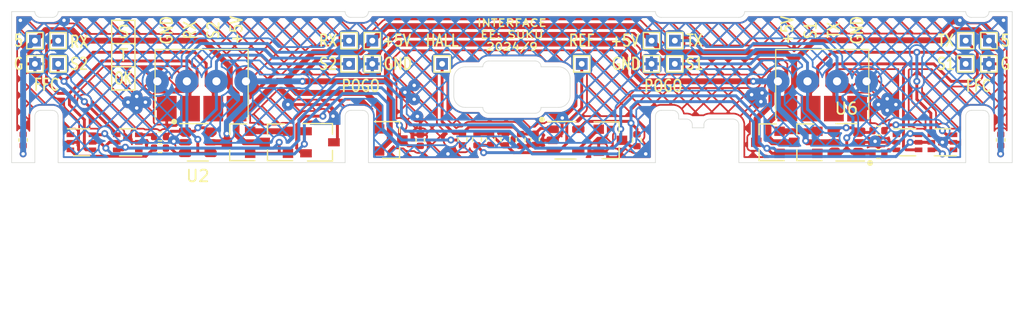
<source format=kicad_pcb>
(kicad_pcb (version 20240108) (generator "pcbnew") (generator_version "8.0")
  (layers (0 "F.Cu" signal) (31 "B.Cu" signal) (34 "B.Paste" user) (35 "F.Paste" user) (36 "B.SilkS" user "B.Silkscreen") (37 "F.SilkS" user "F.Silkscreen") (38 "B.Mask" user) (39 "F.Mask" user) (44 "Edge.Cuts" user))
  (net 0 "")
  (net 1 "GND")
  (net 2 "+5F")
  (net 3 "+5V")
  (net 4 "+5P")
  (net 5 "/POGO_RX")
  (net 6 "/POGO_SYNC_2")
  (net 7 "/FFC_RX")
  (net 8 "/FFC_SYNC_2")
  (net 9 "/POGO_SYNC_1")
  (net 10 "/POGO_TX")
  (net 11 "/FFC_SYNC_1")
  (net 12 "/FFC_TX")
  (net 13 "Net-(U5-+)")
  (net 14 "Net-(U5--)")
  (net 15 "Net-(U1-A2)")
  (net 16 "Net-(U7-A2)")
  (net 17 "/GATE_P")
  (net 18 "Net-(U3-A2)")
  (net 19 "Net-(U4-A2)")
  (net 20 "Net-(U8-VOUT)")
  (net 25 "Net-(Q3-G)")
  (net 26 "Net-(Q4-S)")
  (net 27 "Net-(Q6-S)")
  (footprint "suku_basics:CAP_0402" (layer "F.Cu") (at 142.0116 111.05 90)
    (property "Reference" "C5" (hide yes))
    (property "Value" "1u")
  )
  (footprint "suku_basics:CAP_0402" (layer "F.Cu") (at 57.9884 111.05 90)
    (property "Reference" "C4" (hide yes))
    (property "Value" "1u")
  )
  (footprint "suku_basics:RES_0402" (layer "F.Cu") (at 95.75 111 -90)
    (property "Reference" "R7" (hide yes))
    (property "Value" "470R")
  )
  (footprint "suku_basics:CAP_0402" (layer "F.Cu") (at 98.171 110.998 90)
    (property "Reference" "C2" (hide yes))
    (property "Value" "1u")
  )
  (footprint "suku_basics:RES_0402" (layer "F.Cu") (at 100.75 111.05 90)
    (property "Reference" "R8" (hide yes))
    (property "Value" "10k")
  )
  (footprint "suku_basics:RES_0402" (layer "F.Cu") (at 97 111 -90)
    (property "Reference" "R3" (hide yes))
    (property "Value" "10k")
  )
  (footprint "suku_basics:CAP_0402" (layer "F.Cu") (at 102 111 -90)
    (property "Reference" "C3" (hide yes))
    (property "Value" "1u")
  )
  (footprint "suku_basics:RES_0402" (layer "F.Cu") (at 99.441 111 -90)
    (property "Reference" "R4" (hide yes))
    (property "Value" "10k")
  )
  (footprint "suku_basics:SOT-23-6-AND-SOT-363" (layer "F.Cu") (at 73 111.25 180)
    (property "Reference" "U2")
    (property "Value" "IP4220CZ6-HXY")
  )
  (footprint "suku_basics:RES_0402" (layer "F.Cu") (at 131.5 112.25)
    (property "Reference" "R6" (hide yes))
    (property "Value" "470R" (hide yes))
  )
  (footprint "suku_basics:SOT-23-6-AND-SOT-363" (layer "F.Cu") (at 128.75 111.25)
    (property "Reference" "U6")
    (property "Value" "IP4220CZ6-HXY")
  )
  (footprint "suku_basics:RES_0402" (layer "F.Cu") (at 69.75 111.75 180)
    (property "Reference" "R1" (hide yes))
    (property "Value" "470R" (hide yes))
  )
  (footprint "suku_basics:RES_0402" (layer "F.Cu") (at 131.5 110.25)
    (property "Reference" "R5" (hide yes))
    (property "Value" "470R" (hide yes))
  )
  (footprint "suku_basics:RES_0402" (layer "F.Cu") (at 69.75 110.75 180)
    (property "Reference" "R2" (hide yes))
    (property "Value" "470R" (hide yes))
  )
  (footprint "suku_basics:CAP_0402" (layer "F.Cu") (at 92.122 111.0754 90)
    (property "Reference" "C1" (hide yes))
    (property "Value" "100n")
  )
  (footprint "suku_basics:SOT-23" (layer "F.Cu") (at 89.582 111.05 180)
    (property "Reference" "D1" (hide yes))
    (property "Value" "BAT54C" (hide yes))
  )
  (footprint "suku_basics:J_BATTERY_CONN" (layer "F.Cu") (at 73.33 108.25)
    (property "Reference" "J3" (hide yes))
    (property "Value" "BC-12-4PD170-08" (hide yes))
  )
  (footprint "suku_basics:SOT-23W" (layer "F.Cu") (at 83.5 111.25 180)
    (property "Reference" "U8" (hide yes))
    (property "Value" "OH49E-S" (hide yes))
  )
  (footprint "suku_basics:SOT-23-5" (layer "F.Cu") (at 104.604 111.0754 180)
    (property "Reference" "U5" (hide yes))
    (property "Value" "LMV321" (hide yes))
  )
  (footprint "TestPoint:TestPoint_THTPad_1.0x1.0mm_Drill0.5mm" (layer "F.Cu") (at 61 102.5)
    (property "Reference" "TP5" (hide yes))
    (property "Value" "TP_RXF" (hide yes))
  )
  (footprint "TestPoint:TestPoint_THTPad_1.0x1.0mm_Drill0.5mm" (layer "F.Cu") (at 59 102.5)
    (property "Reference" "TP6" (hide yes))
    (property "Value" "TP_5F" (hide yes))
  )
  (footprint "TestPoint:TestPoint_THTPad_1.0x1.0mm_Drill0.5mm" (layer "F.Cu") (at 141 102.5)
    (property "Reference" "TP15" (hide yes))
    (property "Value" "TP_5F" (hide yes))
  )
  (footprint "TestPoint:TestPoint_THTPad_1.0x1.0mm_Drill0.5mm" (layer "F.Cu") (at 141 104.5)
    (property "Reference" "TP18" (hide yes))
    (property "Value" "TP_GND" (hide yes))
  )
  (footprint "TestPoint:TestPoint_THTPad_1.0x1.0mm_Drill0.5mm" (layer "F.Cu") (at 139 104.5)
    (property "Reference" "TP17" (hide yes))
    (property "Value" "TP_S1F" (hide yes))
  )
  (footprint "TestPoint:TestPoint_THTPad_1.0x1.0mm_Drill0.5mm" (layer "F.Cu") (at 139 102.5)
    (property "Reference" "TP16" (hide yes))
    (property "Value" "TP_TXF" (hide yes))
  )
  (footprint "TestPoint:TestPoint_THTPad_1.0x1.0mm_Drill0.5mm" (layer "F.Cu") (at 86 102.5)
    (property "Reference" "TP8" (hide yes))
    (property "Value" "TP_RXP" (hide yes))
  )
  (footprint "TestPoint:TestPoint_THTPad_1.0x1.0mm_Drill0.5mm" (layer "F.Cu") (at 112 104.5)
    (property "Reference" "TP14" (hide yes))
    (property "Value" "TP_GND" (hide yes))
  )
  (footprint "TestPoint:TestPoint_THTPad_1.0x1.0mm_Drill0.5mm" (layer "F.Cu") (at 114 104.5)
    (property "Reference" "TP12" (hide yes))
    (property "Value" "TP_S1P" (hide yes))
  )
  (footprint "TestPoint:TestPoint_THTPad_1.0x1.0mm_Drill0.5mm" (layer "F.Cu") (at 112 102.5)
    (property "Reference" "TP11" (hide yes))
    (property "Value" "TP_5P" (hide yes))
  )
  (footprint "TestPoint:TestPoint_THTPad_1.0x1.0mm_Drill0.5mm" (layer "F.Cu") (at 88 102.5)
    (property "Reference" "TP10" (hide yes))
    (property "Value" "TP_5P" (hide yes))
  )
  (footprint "TestPoint:TestPoint_THTPad_1.0x1.0mm_Drill0.5mm" (layer "F.Cu") (at 86 104.5)
    (property "Reference" "TP9" (hide yes))
    (property "Value" "TP_S2P" (hide yes))
  )
  (footprint "TestPoint:TestPoint_THTPad_1.0x1.0mm_Drill0.5mm" (layer "F.Cu") (at 59 104.5)
    (property "Reference" "TP3" (hide yes))
    (property "Value" "TP_GND" (hide yes))
  )
  (footprint "TestPoint:TestPoint_THTPad_1.0x1.0mm_Drill0.5mm" (layer "F.Cu") (at 61 104.5)
    (property "Reference" "TP4" (hide yes))
    (property "Value" "TP_S2F" (hide yes))
  )
  (footprint "TestPoint:TestPoint_THTPad_1.0x1.0mm_Drill0.5mm" (layer "F.Cu") (at 88 104.5)
    (property "Reference" "TP7" (hide yes))
    (property "Value" "TP_GND" (hide yes))
  )
  (footprint "suku_basics:J_BATTERY_CONN" (layer "F.Cu") (at 126.67 108.25)
    (property "Reference" "J4" (hide yes))
    (property "Value" "BC-12-4PD170-08" (hide yes))
  )
  (footprint "TestPoint:TestPoint_THTPad_1.0x1.0mm_Drill0.5mm" (layer "F.Cu") (at 114 102.5)
    (property "Reference" "TP13" (hide yes))
    (property "Value" "TP_TXP" (hide yes))
  )
  (footprint "suku_basics:SOT-23" (layer "F.Cu") (at 108.458 111.0754 180)
    (property "Reference" "Q3" (hide yes))
    (property "Value" "2N7002")
  )
  (footprint "suku_basics:SOT-23" (layer "F.Cu") (at 122 111.25)
    (property "Reference" "Q4" (hide yes))
    (property "Value" "JSM2301S")
  )
  (footprint "TestPoint:TestPoint_THTPad_1.0x1.0mm_Drill0.5mm" (layer "F.Cu") (at 94 104.5)
    (property "Reference" "TP2" (hide yes))
    (property "Value" "HALL" (hide yes))
  )
  (footprint "suku_basics:SOT-363_SC-70-6" (layer "F.Cu") (at 134 111.25)
    (property "Reference" "U7" (hide yes))
    (property "Value" "BL1551B" (hide yes))
  )
  (footprint "suku_basics:SOT-23" (layer "F.Cu") (at 125.25 111.25)
    (property "Reference" "Q5" (hide yes))
    (property "Value" "JSM2301S")
  )
  (footprint "suku_basics:SOT-23" (layer "F.Cu") (at 79.75 111.25)
    (property "Reference" "Q6" (hide yes))
    (property "Value" "JSM2301S")
  )
  (footprint "suku_basics:RES_0402" (layer "F.Cu") (at 110.744 111.0754 90)
    (property "Reference" "R9" (hide yes))
    (property "Value" "10k")
  )
  (footprint "TestPoint:TestPoint_THTPad_1.0x1.0mm_Drill0.5mm" (layer "F.Cu") (at 106 104.5)
    (property "Reference" "TP1" (hide yes))
    (property "Value" "REF" (hide yes))
  )
  (footprint "suku_basics:SOT-363_SC-70-6" (layer "F.Cu") (at 63 111.25)
    (property "Reference" "U1" (hide yes))
    (property "Value" "BL1551B" (hide yes))
  )
  (footprint "suku_basics:SOT-363_SC-70-6" (layer "F.Cu") (at 137 111.25 180)
    (property "Reference" "U4" (hide yes))
    (property "Value" "BL1551B" (hide yes))
  )
  (footprint "suku_basics:SOT-23" (layer "F.Cu") (at 76.5 111.25)
    (property "Reference" "Q7" (hide yes))
    (property "Value" "JSM2301S")
  )
  (footprint "suku_basics:SOT-363_SC-70-6" (layer "F.Cu") (at 66.98 111.25 180)
    (property "Reference" "U3" (hide yes))
    (property "Value" "BL1551B" (hide yes))
  )
  (footprint "suku_basics:J_4xPOGO_SMD" (layer "B.Cu") (at 126.67 106)
    (property "Reference" "J2" (hide yes))
    (property "Value" "LBC1130B" (hide yes))
  )
  (footprint "suku_basics:J_4xPOGO_SMD" (layer "B.Cu") (at 73.33 106)
    (property "Reference" "J1" (hide yes))
    (property "Value" "LBC1130B" (hide yes))
  )
  (gr_line (start 67.6 100.75) (end 65.6 100.75) (stroke (width 0.12)) (layer "F.SilkS"))
  (gr_line (start 67.6 104.75) (end 67.6 102.75) (stroke (width 0.12)) (layer "F.SilkS"))
  (gr_line (start 67.6 106.75) (end 67.6 104.75) (stroke (width 0.12)) (layer "F.SilkS"))
  (gr_line (start 65.6 102.75) (end 65.6 104.75) (stroke (width 0.12)) (layer "F.SilkS"))
  (gr_line (start 67.6 102.75) (end 67.6 100.75) (stroke (width 0.12)) (layer "F.SilkS"))
  (gr_line (start 65.6 102.75) (end 67.6 102.75) (stroke (width 0.12)) (layer "F.SilkS"))
  (gr_line (start 65.6 104.75) (end 65.6 106.75) (stroke (width 0.12)) (layer "F.SilkS"))
  (gr_line (start 65.6 100.75) (end 65.6 102.75) (stroke (width 0.12)) (layer "F.SilkS"))
  (gr_line (start 65.6 106.75) (end 67.6 106.75) (stroke (width 0.12)) (layer "F.SilkS"))
  (gr_line (start 65.6 104.75) (end 67.6 104.75) (stroke (width 0.12)) (layer "F.SilkS"))
  (gr_line (start 57 100) (end 58.995 100) (stroke (width 0.05)) (layer "Edge.Cuts"))
  (gr_line (start 143 100) (end 141.005 100) (stroke (width 0.05)) (layer "Edge.Cuts"))
  (gr_line (start 112.335 109) (end 112.335 113) (stroke (width 0.05)) (layer "Edge.Cuts"))
  (gr_line (start 114.335 109) (end 114.335 109.25) (stroke (width 0.05)) (layer "Edge.Cuts"))
  (gr_line (start 87.665 109) (end 87.665 113) (stroke (width 0.05)) (layer "Edge.Cuts"))
  (gr_line (start 85.665 109) (end 85.665 113) (stroke (width 0.05)) (layer "Edge.Cuts"))
  (gr_line (start 87.665 113) (end 112.335 113) (stroke (width 0.05)) (layer "Edge.Cuts"))
  (gr_line (start 58.995 109) (end 58.995 113) (stroke (width 0.05)) (layer "Edge.Cuts"))
  (gr_line (start 60.995 109) (end 60.995 113) (stroke (width 0.05)) (layer "Edge.Cuts"))
  (gr_line (start 57 113) (end 58.995 113) (stroke (width 0.05)) (layer "Edge.Cuts"))
  (gr_line (start 60.995 113) (end 85.665 113) (stroke (width 0.05)) (layer "Edge.Cuts"))
  (gr_line (start 141.005 113) (end 143 113) (stroke (width 0.05)) (layer "Edge.Cuts"))
  (gr_line (start 139.005 113) (end 119.5 113) (stroke (width 0.05)) (layer "Edge.Cuts"))
  (gr_arc (start 95 105.75) (mid 95.292893 105.042893) (end 96 104.75) (stroke (width 0.05)) (layer "Edge.Cuts"))
  (gr_line (start 105 105.75) (end 105 107.25) (stroke (width 0.05)) (layer "Edge.Cuts"))
  (gr_line (start 119.5 109.75) (end 119.5 113) (stroke (width 0.05)) (layer "Edge.Cuts"))
  (gr_arc (start 105 107.25) (mid 104.707107 107.957107) (end 104 108.25) (stroke (width 0.05)) (layer "Edge.Cuts"))
  (gr_line (start 141.005 109) (end 141.005 113) (stroke (width 0.05)) (layer "Edge.Cuts"))
  (gr_arc (start 58.995 109) (mid 59.141447 108.646447) (end 59.495 108.5) (stroke (width 0.05)) (layer "Edge.Cuts"))
  (gr_arc (start 86.165 100.5) (mid 85.811447 100.353553) (end 85.665 100) (stroke (width 0.05)) (layer "Edge.Cuts"))
  (gr_line (start 115.5 110) (end 116.5 110) (stroke (width 0.05)) (layer "Edge.Cuts"))
  (gr_arc (start 97.5 104.75) (mid 97.646447 104.396447) (end 98 104.25) (stroke (width 0.05)) (layer "Edge.Cuts"))
  (gr_arc (start 60.995 100) (mid 60.848553 100.353553) (end 60.495 100.5) (stroke (width 0.05)) (layer "Edge.Cuts"))
  (gr_arc (start 116.5 109.75) (mid 116.646447 109.396447) (end 117 109.25) (stroke (width 0.05)) (layer "Edge.Cuts"))
  (gr_line (start 85.665 100) (end 60.995 100) (stroke (width 0.05)) (layer "Edge.Cuts"))
  (gr_line (start 59.495 100.5) (end 60.495 100.5) (stroke (width 0.05)) (layer "Edge.Cuts"))
  (gr_arc (start 139.505 100.5) (mid 139.151447 100.353553) (end 139.005 100) (stroke (width 0.05)) (layer "Edge.Cuts"))
  (gr_line (start 102 108.75) (end 98 108.75) (stroke (width 0.05)) (layer "Edge.Cuts"))
  (gr_line (start 112.335 100) (end 87.665 100) (stroke (width 0.05)) (layer "Edge.Cuts"))
  (gr_arc (start 87.665 100) (mid 87.518553 100.353553) (end 87.165 100.5) (stroke (width 0.05)) (layer "Edge.Cuts"))
  (gr_arc (start 119 109.25) (mid 119.353553 109.396447) (end 119.5 109.75) (stroke (width 0.05)) (layer "Edge.Cuts"))
  (gr_arc (start 85.665 109) (mid 85.811447 108.646447) (end 86.165 108.5) (stroke (width 0.05)) (layer "Edge.Cuts"))
  (gr_arc (start 60.495 108.5) (mid 60.848553 108.646447) (end 60.995 109) (stroke (width 0.05)) (layer "Edge.Cuts"))
  (gr_line (start 87.165 108.5) (end 86.165 108.5) (stroke (width 0.05)) (layer "Edge.Cuts"))
  (gr_arc (start 115 109.25) (mid 115.353553 109.396447) (end 115.5 109.75) (stroke (width 0.05)) (layer "Edge.Cuts"))
  (gr_arc (start 87.165 108.5) (mid 87.518553 108.646447) (end 87.665 109) (stroke (width 0.05)) (layer "Edge.Cuts"))
  (gr_line (start 112.835 100.5) (end 119.5 100.5) (stroke (width 0.05)) (layer "Edge.Cuts"))
  (gr_line (start 96 104.75) (end 97.5 104.75) (stroke (width 0.05)) (layer "Edge.Cuts"))
  (gr_arc (start 102.5 108.25) (mid 102.353553 108.603553) (end 102 108.75) (stroke (width 0.05)) (layer "Edge.Cuts"))
  (gr_line (start 104 108.25) (end 102.5 108.25) (stroke (width 0.05)) (layer "Edge.Cuts"))
  (gr_arc (start 113.835 108.5) (mid 114.188553 108.646447) (end 114.335 109) (stroke (width 0.05)) (layer "Edge.Cuts"))
  (gr_arc (start 140.505 108.5) (mid 140.858553 108.646447) (end 141.005 109) (stroke (width 0.05)) (layer "Edge.Cuts"))
  (gr_line (start 57 100) (end 57 113) (stroke (width 0.05)) (layer "Edge.Cuts"))
  (gr_line (start 116.5 109.75) (end 116.5 110) (stroke (width 0.05)) (layer "Edge.Cuts"))
  (gr_arc (start 96 108.25) (mid 95.292893 107.957107) (end 95 107.25) (stroke (width 0.05)) (layer "Edge.Cuts"))
  (gr_line (start 139.005 109) (end 139.005 113) (stroke (width 0.05)) (layer "Edge.Cuts"))
  (gr_arc (start 104 104.75) (mid 104.707107 105.042893) (end 105 105.75) (stroke (width 0.05)) (layer "Edge.Cuts"))
  (gr_arc (start 112.835 100.5) (mid 112.481447 100.353553) (end 112.335 100) (stroke (width 0.05)) (layer "Edge.Cuts"))
  (gr_line (start 86.165 100.5) (end 87.165 100.5) (stroke (width 0.05)) (layer "Edge.Cuts"))
  (gr_line (start 97.5 108.25) (end 96 108.25) (stroke (width 0.05)) (layer "Edge.Cuts"))
  (gr_arc (start 120 100) (mid 119.853553 100.353553) (end 119.5 100.5) (stroke (width 0.05)) (layer "Edge.Cuts"))
  (gr_line (start 60.495 108.5) (end 59.495 108.5) (stroke (width 0.05)) (layer "Edge.Cuts"))
  (gr_line (start 113.835 108.5) (end 112.835 108.5) (stroke (width 0.05)) (layer "Edge.Cuts"))
  (gr_arc (start 112.335 109) (mid 112.481447 108.646447) (end 112.835 108.5) (stroke (width 0.05)) (layer "Edge.Cuts"))
  (gr_line (start 139.505 100.5) (end 140.505 100.5) (stroke (width 0.05)) (layer "Edge.Cuts"))
  (gr_line (start 119 109.25) (end 117 109.25) (stroke (width 0.05)) (layer "Edge.Cuts"))
  (gr_line (start 98 104.25) (end 102 104.25) (stroke (width 0.05)) (layer "Edge.Cuts"))
  (gr_arc (start 102 104.25) (mid 102.353553 104.396447) (end 102.5 104.75) (stroke (width 0.05)) (layer "Edge.Cuts"))
  (gr_line (start 143 113) (end 143 100) (stroke (width 0.05)) (layer "Edge.Cuts"))
  (gr_line (start 120 100) (end 139.005 100) (stroke (width 0.05)) (layer "Edge.Cuts"))
  (gr_arc (start 98 108.75) (mid 97.646447 108.603553) (end 97.5 108.25) (stroke (width 0.05)) (layer "Edge.Cuts"))
  (gr_arc (start 141.005 100) (mid 140.858553 100.353553) (end 140.505 100.5) (stroke (width 0.05)) (layer "Edge.Cuts"))
  (gr_line (start 115.5 109.75) (end 115.5 110) (stroke (width 0.05)) (layer "Edge.Cuts"))
  (gr_arc (start 139.005 109) (mid 139.151447 108.646447) (end 139.505 108.5) (stroke (width 0.05)) (layer "Edge.Cuts"))
  (gr_line (start 102.5 104.75) (end 104 104.75) (stroke (width 0.05)) (layer "Edge.Cuts"))
  (gr_line (start 95 105.75) (end 95 107.25) (stroke (width 0.05)) (layer "Edge.Cuts"))
  (gr_arc (start 59.495 100.5) (mid 59.141447 100.353553) (end 58.995 100) (stroke (width 0.05)) (layer "Edge.Cuts"))
  (gr_line (start 115 109.25) (end 114.335 109.25) (stroke (width 0.05)) (layer "Edge.Cuts"))
  (gr_line (start 140.505 108.5) (end 139.505 108.5) (stroke (width 0.05)) (layer "Edge.Cuts"))
  (gr_text "S2" (at 62.8 104.5 0) (layer "F.SilkS") (effects (font (size 1 0.8))))
  (gr_text "+5V" (at 76.33 101.6 90) (layer "F.SilkS") (effects (font (size 1 0.8))))
  (gr_text "GND" (at 129.67 101.6 90) (layer "F.SilkS") (effects (font (size 1 0.8))))
  (gr_text "GND" (at 90.2 104.5 0) (layer "F.SilkS") (effects (font (size 1 0.8))))
  (gr_text "RX" (at 72.33 101.6 90) (layer "F.SilkS") (effects (font (size 1 0.8))))
  (gr_text "HALL" (at 94 102.5 0) (layer "F.SilkS") (effects (font (size 1 0.8))))
  (gr_text "T" (at 66.6 103.75 0) (layer "F.SilkS") (effects (font (size 1 1.2))))
  (gr_text "+5V" (at 109.7 102.5 0) (layer "F.SilkS") (effects (font (size 1 0.8))))
  (gr_text "POGO" (at 113 106.4 0) (layer "F.SilkS") (effects (font (size 1 0.8))))
  (gr_text "+5V" (at 90.1 102.5 0) (layer "F.SilkS") (effects (font (size 1 0.8))))
  (gr_text "S1" (at 115.7 104.5 0) (layer "F.SilkS") (effects (font (size 1 0.8))))
  (gr_text "TX" (at 137.3 102.5 0) (layer "F.SilkS") (effects (font (size 1 0.8))))
  (gr_text "S" (at 66.6 101.75 0) (layer "F.SilkS") (effects (font (size 1 1.2))))
  (gr_text "S1" (at 137.3 104.5 0) (layer "F.SilkS") (effects (font (size 1 0.8))))
  (gr_text "5" (at 57.6 102.5 0) (layer "F.SilkS") (effects (font (size 1 0.8))))
  (gr_text "FFC" (at 140.1 106.4 0) (layer "F.SilkS") (effects (font (size 1 0.8))))
  (gr_text "S1" (at 125.67 101.6 90) (layer "F.SilkS") (effects (font (size 1 0.8))))
  (gr_text "5" (at 142.4 102.5 0) (layer "F.SilkS") (effects (font (size 1 0.8))))
  (gr_text "POGO" (at 87 106.4 0) (layer "F.SilkS") (effects (font (size 1 0.8))))
  (gr_text "S2" (at 84.2 104.5 0) (layer "F.SilkS") (effects (font (size 1 0.8))))
  (gr_text "REF" (at 106 102.5 0) (layer "F.SilkS") (effects (font (size 1 0.8))))
  (gr_text "RX" (at 84.2 102.5 0) (layer "F.SilkS") (effects (font (size 1 0.8))))
  (gr_text "OK" (at 66.6 105.75 0) (layer "F.SilkS") (effects (font (size 1 0.75))))
  (gr_text "TX" (at 115.7 102.5 0) (layer "F.SilkS") (effects (font (size 1 0.8))))
  (gr_text "GND" (at 109.8 104.5 0) (layer "F.SilkS") (effects (font (size 1 0.8))))
  (gr_text "GND" (at 70.33 101.6 90) (layer "F.SilkS") (effects (font (size 1 0.8))))
  (gr_text "G" (at 57.6 104.5 0) (layer "F.SilkS") (effects (font (size 1 0.8))))
  (gr_text "+5V" (at 123.67 101.6 90) (layer "F.SilkS") (effects (font (size 1 0.8))))
  (gr_text "G" (at 142.4 104.5 0) (layer "F.SilkS") (effects (font (size 1 0.8))))
  (gr_text "S2" (at 74.33 101.6 90) (layer "F.SilkS") (effects (font (size 1 0.8))))
  (gr_text "RX" (at 62.8 102.6 0) (layer "F.SilkS") (effects (font (size 1 0.8))))
  (gr_text "FFC" (at 60 106.3 0) (layer "F.SilkS") (effects (font (size 1 0.8))))
  (gr_text "TX" (at 127.67 101.6 90) (layer "F.SilkS") (effects (font (size 1 0.8))))
  (gr_text "INTERFACE\nEE: SUKU\n2024/9" (at 100 102 0) (layer "F.SilkS") (effects (font (size 0.635 0.762) (thickness 0.127))))
  (segment (start 100.75 111.56) (end 102.213 111.56) (width 0.25) (layer "F.Cu") (net 1))
  (segment (start 103.710616 111.0754) (end 103.504 111.0754) (width 0.25) (layer "F.Cu") (net 1))
  (segment (start 84.25 108) (end 80.75 108) (width 0.25) (layer "F.Cu") (net 1))
  (segment (start 104.328716 109.154716) (end 104.328716 109.402204) (width 0.25) (layer "F.Cu") (net 1))
  (segment (start 104.328716 109.402204) (end 104.3114 109.41952) (width 0.25) (layer "F.Cu") (net 1))
  (segment (start 131.213593 111.16522) (end 131.298373 111.25) (width 0.25) (layer "F.Cu") (net 1))
  (segment (start 85 109.375) (end 85 110.994) (width 0.25) (layer "F.Cu") (net 1))
  (segment (start 84.625 108.375) (end 84.25 108) (width 0.25) (layer "F.Cu") (net 1))
  (segment (start 92.122 109.271) (end 91.872 109.021) (width 0.25) (layer "F.Cu") (net 1))
  (segment (start 102.6976 111.0754) (end 103.504 111.0754) (width 0.25) (layer "F.Cu") (net 1))
  (segment (start 137.95 111.25) (end 137 111.25) (width 0.25) (layer "F.Cu") (net 1))
  (segment (start 131.213593 111.16522) (end 131.128813 111.25) (width 0.25) (layer "F.Cu") (net 1))
  (segment (start 84.625 109) (end 85 109.375) (width 0.25) (layer "F.Cu") (net 1))
  (segment (start 104.3114 109.41952) (end 104.3114 110.474616) (width 0.25) (layer "F.Cu") (net 1))
  (segment (start 71.015334 111.25) (end 70.935934 111.1706) (width 0.25) (layer "F.Cu") (net 1))
  (segment (start 104.3114 110.474616) (end 103.710616 111.0754) (width 0.25) (layer "F.Cu") (net 1))
  (segment (start 132.461 108.711) (end 132.25 108.5) (width 0.25) (layer "F.Cu") (net 1))
  (segment (start 85 110.994) (end 84.944 111.05) (width 0.25) (layer "F.Cu") (net 1))
  (segment (start 131.128813 111.25) (end 129.85 111.25) (width 0.25) (layer "F.Cu") (net 1))
  (segment (start 84.625 109) (end 84.625 108.375) (width 0.25) (layer "F.Cu") (net 1))
  (segment (start 131.298373 111.25) (end 133.05 111.25) (width 0.25) (layer "F.Cu") (net 1))
  (segment (start 92.122 110.5954) (end 92.122 109.271) (width 0.25) (layer "F.Cu") (net 1))
  (segment (start 71.9 111.25) (end 71.015334 111.25) (width 0.25) (layer "F.Cu") (net 1))
  (segment (start 102.213 111.56) (end 102.6976 111.0754) (width 0.25) (layer "F.Cu") (net 1))
  (via (at 70.935934 111.1706) (size 0.6) (drill 0.3) (layers "F.Cu" "B.Cu") (net 1))
  (via (at 91.6 106.35) (size 0.6) (drill 0.3) (layers "F.Cu" "B.Cu") (net 1))
  (via (at 120.6 107.15) (size 0.6) (drill 0.3) (layers "F.Cu" "B.Cu") (net 1))
  (via (at 138.5 100.75) (size 0.6) (drill 0.3) (layers "F.Cu" "B.Cu") (net 1))
  (via (at 91.872 109.021) (size 0.6) (drill 0.3) (layers "F.Cu" "B.Cu") (net 1))
  (via (at 121.5 107) (size 0.6) (drill 0.3) (layers "F.Cu" "B.Cu") (net 1))
  (via (at 80.75 108) (size 0.6) (drill 0.3) (layers "F.Cu" "B.Cu") (net 1))
  (via (at 67 107.8) (size 0.6) (drill 0.3) (layers "F.Cu" "B.Cu") (net 1))
  (via (at 133 108) (size 0.6) (drill 0.3) (layers "F.Cu" "B.Cu") (net 1))
  (via (at 67.75 108.3) (size 0.6) (drill 0.3) (layers "F.Cu" "B.Cu") (net 1))
  (via (at 131.5 108) (size 0.6) (drill 0.3) (layers "F.Cu" "B.Cu") (net 1))
  (via (at 61.5 100.75) (size 0.6) (drill 0.3) (layers "F.Cu" "B.Cu") (net 1))
  (via (at 111.5 112.25) (size 0.6) (drill 0.3) (layers "F.Cu" "B.Cu") (net 1))
  (via (at 91.6 107.55) (size 0.6) (drill 0.3) (layers "F.Cu" "B.Cu") (net 1))
  (via (at 104.328716 109.154716) (size 0.6) (drill 0.3) (layers "F.Cu" "B.Cu") (net 1))
  (via (at 131.213593 111.16522) (size 0.6) (drill 0.3) (layers "F.Cu" "B.Cu") (net 1))
  (via (at 142.25 100.75) (size 0.6) (drill 0.3) (layers "F.Cu" "B.Cu") (net 1))
  (via (at 137 111.25) (size 0.6) (drill 0.3) (layers "F.Cu" "B.Cu") (net 1))
  (via (at 121.4 107.75) (size 0.6) (drill 0.3) (layers "F.Cu" "B.Cu") (net 1))
  (via (at 132.25 108.5) (size 0.6) (drill 0.3) (layers "F.Cu" "B.Cu") (net 1))
  (via (at 90.8 106.95) (size 0.6) (drill 0.3) (layers "F.Cu" "B.Cu") (net 1))
  (via (at 94.5 112.25) (size 0.6) (drill 0.3) (layers "F.Cu" "B.Cu") (net 1))
  (via (at 68.5 107.8) (size 0.6) (drill 0.3) (layers "F.Cu" "B.Cu") (net 1))
  (via (at 132.25 107.5) (size 0.6) (drill 0.3) (layers "F.Cu" "B.Cu") (net 1))
  (via (at 67.75 107.3) (size 0.6) (drill 0.3) (layers "F.Cu" "B.Cu") (net 1))
  (via (at 84.625 109) (size 0.6) (drill 0.3) (layers "F.Cu" "B.Cu") (net 1))
  (via (at 57.75 100.75) (size 0.6) (drill 0.3) (layers "F.Cu" "B.Cu") (net 1))
  (segment (start 76.33 107.08) (end 76.33 108.35) (width 0.508) (layer "F.Cu") (net 2))
  (segment (start 123.67 106.955) (end 123.67 108.35) (width 0.508) (layer "F.Cu") (net 2))
  (segment (start 123.2542 108.35) (end 123.67 108.35) (width 0.508) (layer "F.Cu") (net 2))
  (segment (start 82.94 103.5) (end 87 103.5) (width 0.508) (layer "F.Cu") (net 2))
  (segment (start 57.9884 111.53) (end 57.9884 112.25) (width 0.25) (layer "F.Cu") (net 2))
  (segment (start 59 102.5) (end 59.9064 101.5936) (width 0.508) (layer "F.Cu") (net 2))
  (segment (start 81.22 105.22) (end 82.94 103.5) (width 0.508) (layer "F.Cu") (net 2))
  (segment (start 137.2186 102.4686) (end 138.0936 101.5936) (width 0.508) (layer "F.Cu") (net 2))
  (segment (start 77.451 108.35) (end 76.33 108.35) (width 0.508) (layer "F.Cu") (net 2))
  (segment (start 73.5 102.5) (end 75.75 104.75) (width 0.508) (layer "F.Cu") (net 2))
  (segment (start 75.75 106.5) (end 76.33 107.08) (width 0.508) (layer "F.Cu") (net 2))
  (segment (start 124 104) (end 123.5 103.5) (width 0.508) (layer "F.Cu") (net 2))
  (segment (start 122.047 109.5572) (end 123.2542 108.35) (width 0.508) (layer "F.Cu") (net 2))
  (segment (start 140.0936 101.5936) (end 141 102.5) (width 0.508) (layer "F.Cu") (net 2))
  (segment (start 122.398142 111.25) (end 122.208153 111.060011) (width 0.508) (layer "F.Cu") (net 2))
  (segment (start 81.44 105) (end 81.22 105.22) (width 0.508) (layer "F.Cu") (net 2))
  (segment (start 75.75 104.75) (end 75.75 106.5) (width 0.508) (layer "F.Cu") (net 2))
  (segment (start 124 104) (end 124.25 104.25) (width 0.508) (layer "F.Cu") (net 2))
  (segment (start 87 103.5) (end 88 102.5) (width 0.508) (layer "F.Cu") (net 2))
  (segment (start 124.25 111.25) (end 122.398142 111.25) (width 0.508) (layer "F.Cu") (net 2))
  (segment (start 122.208153 111.060011) (end 122.192211 111.060011) (width 0.508) (layer "F.Cu") (net 2))
  (segment (start 81.5 107) (end 80.47 105.97) (width 0.508) (layer "F.Cu") (net 2))
  (segment (start 122.047 110.9148) (end 122.047 109.5572) (width 0.508) (layer "F.Cu") (net 2))
  (segment (start 142 112.25) (end 142.0116 112.2384) (width 0.25) (layer "F.Cu") (net 2))
  (segment (start 110.75 101.25) (end 89.25 101.25) (width 0.508) (layer "F.Cu") (net 2))
  (segment (start 79.831 105.97) (end 77.451 108.35) (width 0.508) (layer "F.Cu") (net 2))
  (segment (start 87.45 107) (end 81.5 107) (width 0.508) (layer "F.Cu") (net 2))
  (segment (start 81.22 105.22) (end 80.47 105.97) (width 0.508) (layer "F.Cu") (net 2))
  (segment (start 123.5 103.5) (end 113 103.5) (width 0.508) (layer "F.Cu") (net 2))
  (segment (start 124.25 104.25) (end 126.0314 102.4686) (width 0.508) (layer "F.Cu") (net 2))
  (segment (start 62.2186 101.5936) (end 63.125 102.5) (width 0.508) (layer "F.Cu") (net 2))
  (segment (start 76.33 108.35) (end 76.33 110.58) (width 0.508) (layer "F.Cu") (net 2))
  (segment (start 77.002 111.252) (end 78.375 111.252) (width 0.508) (layer "F.Cu") (net 2))
  (segment (start 122.192211 111.060011) (end 122.047 110.9148) (width 0.508) (layer "F.Cu") (net 2))
  (segment (start 80.47 105.97) (end 79.831 105.97) (width 0.508) (layer "F.Cu") (net 2))
  (segment (start 142.0116 112.2384) (end 142.0116 111.53) (width 0.25) (layer "F.Cu") (net 2))
  (segment (start 124.25 104.25) (end 124.25 106.375) (width 0.508) (layer "F.Cu") (net 2))
  (segment (start 88.582 108.132) (end 87.45 107) (width 0.508) (layer "F.Cu") (net 2))
  (segment (start 63.125 102.5) (end 73.5 102.5) (width 0.508) (layer "F.Cu") (net 2))
  (segment (start 112 102.5) (end 110.75 101.25) (width 0.508) (layer "F.Cu") (net 2))
  (segment (start 124.25 106.375) (end 123.67 106.955) (width 0.508) (layer "F.Cu") (net 2))
  (segment (start 88.582 110.1) (end 88.582 108.132) (width 0.508) (layer "F.Cu") (net 2))
  (segment (start 138.0936 101.5936) (end 140.0936 101.5936) (width 0.508) (layer "F.Cu") (net 2))
  (segment (start 76.33 110.58) (end 77.002 111.252) (width 0.508) (layer "F.Cu") (net 2))
  (segment (start 126.0314 102.4686) (end 137.2186 102.4686) (width 0.508) (layer "F.Cu") (net 2))
  (segment (start 59.9064 101.5936) (end 62.2186 101.5936) (width 0.508) (layer "F.Cu") (net 2))
  (segment (start 89.25 101.25) (end 88 102.5) (width 0.508) (layer "F.Cu") (net 2))
  (segment (start 113 103.5) (end 112 102.5) (width 0.508) (layer "F.Cu") (net 2))
  (via (at 142 112.25) (size 0.6) (drill 0.3) (layers "F.Cu" "B.Cu") (net 2))
  (via (at 57.9884 112.25) (size 0.6) (drill 0.3) (layers "F.Cu" "B.Cu") (net 2))
  (segment (start 57.9884 112.25) (end 57.9884 103.5) (width 0.508) (layer "B.Cu") (net 2))
  (segment (start 142.0116 112.2384) (end 142.0116 103.5) (width 0.508) (layer "B.Cu") (net 2))
  (segment (start 57.9884 103.5116) (end 59 102.5) (width 0.508) (layer "B.Cu") (net 2))
  (segment (start 142.0116 103.5116) (end 141 102.5) (width 0.508) (layer "B.Cu") (net 2))
  (segment (start 142 112.25) (end 142.0116 112.2384) (width 0.508) (layer "B.Cu") (net 2))
  (segment (start 106.3814 109.448) (end 105.704 110.1254) (width 0.25) (layer "F.Cu") (net 3))
  (segment (start 64.6 111.25) (end 65.1 111.75) (width 0.25) (layer "F.Cu") (net 3))
  (segment (start 110.236 109.601) (end 110.083 109.448) (width 0.25) (layer "F.Cu") (net 3))
  (segment (start 82.160116 111.397601) (end 82.160116 110.439884) (width 0.25) (layer "F.Cu") (net 3))
  (segment (start 110.083 109.448) (end 106.3814 109.448) (width 0.25) (layer "F.Cu") (net 3))
  (segment (start 65.1 111.5532) (end 65.4032 111.25) (width 0.25) (layer "F.Cu") (net 3))
  (segment (start 110.744 110.109) (end 110.744 110.5654) (width 0.25) (layer "F.Cu") (net 3))
  (segment (start 97 111.51) (end 98.139 111.51) (width 0.25) (layer "F.Cu") (net 3))
  (segment (start 110.236 109.601) (end 110.744 110.109) (width 0.25) (layer "F.Cu") (net 3))
  (segment (start 65.4032 111.25) (end 66.03 111.25) (width 0.25) (layer "F.Cu") (net 3))
  (segment (start 92.122 111.5554) (end 91.0874 111.5554) (width 0.25) (layer "F.Cu") (net 3))
  (segment (start 90.332 110.8) (end 90.582 111.05) (width 0.25) (layer "F.Cu") (net 3))
  (segment (start 82.160116 110.439884) (end 82.3 110.3) (width 0.25) (layer "F.Cu") (net 3))
  (segment (start 91.0874 111.5554) (end 90.582 111.05) (width 0.25) (layer "F.Cu") (net 3))
  (segment (start 98.139 111.51) (end 98.171 111.478) (width 0.25) (layer "F.Cu") (net 3))
  (segment (start 97 111.51) (end 97 111.573) (width 0.25) (layer "F.Cu") (net 3))
  (segment (start 97 111.573) (end 97.568 112.141) (width 0.25) (layer "F.Cu") (net 3))
  (segment (start 90.332 109.783) (end 90.332 110.8) (width 0.25) (layer "F.Cu") (net 3))
  (segment (start 134.95 111.25) (end 136.05 111.25) (width 0.25) (layer "F.Cu") (net 3))
  (segment (start 136.05 111.25) (end 134.2298 111.25) (width 0.25) (layer "F.Cu") (net 3))
  (segment (start 63.95 111.25) (end 64.6 111.25) (width 0.25) (layer "F.Cu") (net 3))
  (via (at 97.568 112.141) (size 0.6) (drill 0.3) (layers "F.Cu" "B.Cu") (net 3))
  (via (at 65.1 111.75) (size 0.6) (drill 0.3) (layers "F.Cu" "B.Cu") (net 3))
  (via (at 110.236 109.601) (size 0.6) (drill 0.3) (layers "F.Cu" "B.Cu") (net 3))
  (via (at 90.332 109.783) (size 0.6) (drill 0.3) (layers "F.Cu" "B.Cu") (net 3))
  (via (at 82.160116 111.397601) (size 0.6) (drill 0.3) (layers "F.Cu" "B.Cu") (net 3))
  (via (at 134.2298 111.25) (size 0.6) (drill 0.3) (layers "F.Cu" "B.Cu") (net 3))
  (segment (start 82.160116 111.397601) (end 81.307717 112.25) (width 0.25) (layer "B.Cu") (net 3))
  (segment (start 110.75 107.75) (end 110.236 108.264) (width 0.25) (layer "B.Cu") (net 3))
  (segment (start 120.75 111.5) (end 120.75 109.5) (width 0.25) (layer "B.Cu") (net 3))
  (segment (start 120.75 109.5) (end 119 107.75) (width 0.25) (layer "B.Cu") (net 3))
  (segment (start 109.111 112.25) (end 101.75 112.25) (width 0.25) (layer "B.Cu") (net 3))
  (segment (start 65.6 112.25) (end 65.1 111.75) (width 0.25) (layer "B.Cu") (net 3))
  (segment (start 100.711 112.141) (end 101.176 111.676) (width 0.25) (layer "B.Cu") (net 3))
  (segment (start 89.84 109.291) (end 90.332 109.783) (width 0.25) (layer "B.Cu") (net 3))
  (segment (start 95.75 110.291) (end 99.791 110.291) (width 0.25) (layer "B.Cu") (net 3))
  (segment (start 101.75 112.25) (end 101.176 111.676) (width 0.25) (layer "B.Cu") (net 3))
  (segment (start 121.725 112.475) (end 120.75 111.5) (width 0.25) (layer "B.Cu") (net 3))
  (segment (start 82.160116 109.589884) (end 85.2 106.55) (width 0.25) (layer "B.Cu") (net 3))
  (segment (start 90.332 109.783) (end 90.84 110.291) (width 0.25) (layer "B.Cu") (net 3))
  (segment (start 85.2 106.55) (end 88.8 106.55) (width 0.25) (layer "B.Cu") (net 3))
  (segment (start 82.160116 111.397601) (end 82.160116 109.589884) (width 0.25) (layer "B.Cu") (net 3))
  (segment (start 134.2298 111.25) (end 133.0048 112.475) (width 0.25) (layer "B.Cu") (net 3))
  (segment (start 88.8 106.55) (end 89.84 107.59) (width 0.25) (layer "B.Cu") (net 3))
  (segment (start 119 107.75) (end 110.75 107.75) (width 0.25) (layer "B.Cu") (net 3))
  (segment (start 81.307717 112.25) (end 65.6 112.25) (width 0.25) (layer "B.Cu") (net 3))
  (segment (start 89.84 107.59) (end 89.84 109.291) (width 0.25) (layer "B.Cu") (net 3))
  (segment (start 99.791 110.291) (end 101.176 111.676) (width 0.25) (layer "B.Cu") (net 3))
  (segment (start 110.236 108.264) (end 110.236 111.125) (width 0.25) (layer "B.Cu") (net 3))
  (segment (start 90.84 110.291) (end 95.75 110.291) (width 0.25) (layer "B.Cu") (net 3))
  (segment (start 133.0048 112.475) (end 121.725 112.475) (width 0.25) (layer "B.Cu") (net 3))
  (segment (start 97.568 112.141) (end 100.711 112.141) (width 0.25) (layer "B.Cu") (net 3))
  (segment (start 110.236 111.125) (end 109.111 112.25) (width 0.25) (layer "B.Cu") (net 3))
  (segment (start 90.25 102.75) (end 109.75 102.75) (width 0.508) (layer "F.Cu") (net 4))
  (segment (start 111.25 106) (end 120.75 106) (width 0.508) (layer "F.Cu") (net 4))
  (segment (start 122.301 107.95) (end 122.301 106.559) (width 0.508) (layer "F.Cu") (net 4))
  (segment (start 121.031 109.22) (end 122.301 107.95) (width 0.508) (layer "F.Cu") (net 4))
  (segment (start 75.5 111.25) (end 74.1 111.25) (width 0.508) (layer "F.Cu") (net 4))
  (segment (start 121.031 111.186) (end 121.031 109.22) (width 0.508) (layer "F.Cu") (net 4))
  (segment (start 82 106) (end 89.25 106) (width 0.508) (layer "F.Cu") (net 4))
  (segment (start 75.5 110.5) (end 75.5 111.25) (width 0.508) (layer "F.Cu") (net 4))
  (segment (start 89.5 111.082) (end 88.582 112) (width 0.508) (layer "F.Cu") (net 4))
  (segment (start 110.5 103.5) (end 110.5 105.25) (width 0.508) (layer "F.Cu") (net 4))
  (segment (start 125.375 111.25) (end 127.65 111.25) (width 0.508) (layer "F.Cu") (net 4))
  (segment (start 122.301 106.559) (end 122.86 106) (width 0.508) (layer "F.Cu") (net 4))
  (segment (start 89.5 106.25) (end 89.5 111.082) (width 0.508) (layer "F.Cu") (net 4))
  (segment (start 89.25 103.75) (end 90.25 102.75) (width 0.508) (layer "F.Cu") (net 4))
  (segment (start 89.25 106) (end 89.5 106.25) (width 0.508) (layer "F.Cu") (net 4))
  (segment (start 110.5 105.25) (end 111.25 106) (width 0.508) (layer "F.Cu") (net 4))
  (segment (start 125.25 111.125) (end 125.375 111.25) (width 0.508) (layer "F.Cu") (net 4))
  (segment (start 89.25 106) (end 89.25 103.75) (width 0.508) (layer "F.Cu") (net 4))
  (segment (start 109.75 102.75) (end 110.5 103.5) (width 0.508) (layer "F.Cu") (net 4))
  (via (at 120.75 106) (size 0.6) (drill 0.3) (layers "F.Cu" "B.Cu") (net 4))
  (via (at 82 106) (size 0.6) (drill 0.3) (layers "F.Cu" "B.Cu") (net 4))
  (via (at 75.5 110.5) (size 0.6) (drill 0.3) (layers "F.Cu" "B.Cu") (net 4))
  (via (at 125.25 111.125) (size 0.6) (drill 0.3) (layers "F.Cu" "B.Cu") (net 4))
  (segment (start 125.25 110.645) (end 122.86 108.255) (width 0.508) (layer "B.Cu") (net 4))
  (segment (start 77.14 107.86) (end 77.14 106) (width 0.508) (layer "B.Cu") (net 4))
  (segment (start 75.5 109.5) (end 77.14 107.86) (width 0.508) (layer "B.Cu") (net 4))
  (segment (start 122.86 108.255) (end 122.86 106) (width 0.508) (layer "B.Cu") (net 4))
  (segment (start 77.14 106) (end 82 106) (width 0.508) (layer "B.Cu") (net 4))
  (segment (start 120.75 106) (end 122.86 106) (width 0.508) (layer "B.Cu") (net 4))
  (segment (start 75.5 110.5) (end 75.5 109.5) (width 0.508) (layer "B.Cu") (net 4))
  (segment (start 125.25 111.125) (end 125.25 110.645) (width 0.508) (layer "B.Cu") (net 4))
  (segment (start 71.125 112.2) (end 73 112.2) (width 0.25) (layer "F.Cu") (net 5))
  (segment (start 73 112.2) (end 74.1 112.2) (width 0.25) (layer "F.Cu") (net 5))
  (segment (start 70.675 111.75) (end 71.125 112.2) (width 0.25) (layer "F.Cu") (net 5))
  (segment (start 73 111) (end 73 112.2) (width 0.25) (layer "F.Cu") (net 5))
  (segment (start 70.26 111.75) (end 70.675 111.75) (width 0.25) (layer "F.Cu") (net 5))
  (via (at 73 111) (size 0.6) (drill 0.3) (layers "F.Cu" "B.Cu") (net 5))
  (segment (start 72.06 103.94) (end 72.06 106) (width 0.25) (layer "B.Cu") (net 5))
  (segment (start 73 111) (end 72.06 110.06) (width 0.25) (layer "B.Cu") (net 5))
  (segment (start 73.25 102.75) (end 72.06 103.94) (width 0.25) (layer "B.Cu") (net 5))
  (segment (start 72.06 110.06) (end 72.06 106) (width 0.25) (layer "B.Cu") (net 5))
  (segment (start 86 102.5) (end 85 102.5) (width 0.25) (layer "B.Cu") (net 5))
  (segment (start 84 103.5) (end 79.75 103.5) (width 0.25) (layer "B.Cu") (net 5))
  (segment (start 79.75 103.5) (end 79 102.75) (width 0.25) (layer "B.Cu") (net 5))
  (segment (start 85 102.5) (end 84 103.5) (width 0.25) (layer "B.Cu") (net 5))
  (segment (start 79 102.75) (end 73.25 102.75) (width 0.25) (layer "B.Cu") (net 5))
  (segment (start 73.55 110) (end 74.1 110.55) (width 0.25) (layer "F.Cu") (net 6))
  (segment (start 73 110) (end 73.55 110) (width 0.25) (layer "F.Cu") (net 6))
  (segment (start 70.26 110.75) (end 70.71 110.3) (width 0.25) (layer "F.Cu") (net 6))
  (segment (start 72.7 110.3) (end 73 110) (width 0.25) (layer "F.Cu") (net 6))
  (segment (start 70.71 110.3) (end 71.9 110.3) (width 0.25) (layer "F.Cu") (net 6))
  (segment (start 71.9 110.3) (end 72.7 110.3) (width 0.25) (layer "F.Cu") (net 6))
  (via (at 73 110) (size 0.6) (drill 0.3) (layers "F.Cu" "B.Cu") (net 6))
  (segment (start 73 110) (end 74.6 108.4) (width 0.25) (layer "B.Cu") (net 6))
  (segment (start 74.6 108.4) (end 74.6 106) (width 0.25) (layer "B.Cu") (net 6))
  (segment (start 74.6 104.3) (end 74.6 106) (width 0.25) (layer "B.Cu") (net 6))
  (segment (start 86 104.5) (end 79.25 104.5) (width 0.25) (layer "B.Cu") (net 6))
  (segment (start 79.25 104.5) (end 78.5 103.75) (width 0.25) (layer "B.Cu") (net 6))
  (segment (start 78.5 103.75) (end 75.15 103.75) (width 0.25) (layer "B.Cu") (net 6))
  (segment (start 75.15 103.75) (end 74.6 104.3) (width 0.25) (layer "B.Cu") (net 6))
  (segment (start 61.966 107.034) (end 64.75 104.25) (width 0.25) (layer "F.Cu") (net 7))
  (segment (start 60 103) (end 60 106.05) (width 0.25) (layer "F.Cu") (net 7))
  (segment (start 61.966 108.016) (end 61.966 107.034) (width 0.25) (layer "F.Cu") (net 7))
  (segment (start 72.9374 106.363431) (end 72.33 106.970831) (width 0.25) (layer "F.Cu") (net 7))
  (segment (start 60 106.05) (end 60.984 107.034) (width 0.25) (layer "F.Cu") (net 7))
  (segment (start 60.984 107.034) (end 61.966 107.034) (width 0.25) (layer "F.Cu") (net 7))
  (segment (start 72.33 106.970831) (end 72.33 108.35) (width 0.25) (layer "F.Cu") (net 7))
  (segment (start 63.25 109.3) (end 61.966 108.016) (width 0.25) (layer "F.Cu") (net 7))
  (segment (start 64.75 104.25) (end 72.25 104.25) (width 0.25) (layer "F.Cu") (net 7))
  (segment (start 60.5 102.5) (end 60 103) (width 0.25) (layer "F.Cu") (net 7))
  (segment (start 61 102.5) (end 60.5 102.5) (width 0.25) (layer "F.Cu") (net 7))
  (segment (start 63.95 111.9) (end 63.4 111.9) (width 0.25) (layer "F.Cu") (net 7))
  (segment (start 63.25 111.75) (end 63.25 109.3) (width 0.25) (layer "F.Cu") (net 7))
  (segment (start 63.4 111.9) (end 63.25 111.75) (width 0.25) (layer "F.Cu") (net 7))
  (segment (start 72.9374 104.9374) (end 72.9374 106.363431) (width 0.25) (layer "F.Cu") (net 7))
  (segment (start 72.25 104.25) (end 72.9374 104.9374) (width 0.25) (layer "F.Cu") (net 7))
  (segment (start 73.7226 104.4726) (end 72.75 103.5) (width 0.25) (layer "F.Cu") (net 8))
  (segment (start 64 103.5) (end 61.5 106) (width 0.25) (layer "F.Cu") (net 8))
  (segment (start 74.33 106.970831) (end 73.7226 106.363431) (width 0.25) (layer "F.Cu") (net 8))
  (segment (start 66.03 110.6) (end 66.03 110.53) (width 0.25) (layer "F.Cu") (net 8))
  (segment (start 61 105.5) (end 61 104.5) (width 0.25) (layer "F.Cu") (net 8))
  (segment (start 74.33 108.35) (end 74.33 106.970831) (width 0.25) (layer "F.Cu") (net 8))
  (segment (start 73.7226 106.363431) (end 73.7226 104.4726) (width 0.25) (layer "F.Cu") (net 8))
  (segment (start 72.75 103.5) (end 64 103.5) (width 0.25) (layer "F.Cu") (net 8))
  (segment (start 61.5 106) (end 61 105.5) (width 0.25) (layer "F.Cu") (net 8))
  (segment (start 66.03 110.53) (end 63.25 107.75) (width 0.25) (layer "F.Cu") (net 8))
  (via (at 61.5 106) (size 0.6) (drill 0.3) (layers "F.Cu" "B.Cu") (net 8))
  (via (at 63.25 107.75) (size 0.6) (drill 0.3) (layers "F.Cu" "B.Cu") (net 8))
  (segment (start 61.5 106) (end 63.25 107.75) (width 0.25) (layer "B.Cu") (net 8))
  (segment (start 129.731166 110.4) (end 130.84 110.4) (width 0.25) (layer "F.Cu") (net 9))
  (segment (start 130.84 110.4) (end 130.99 110.25) (width 0.25) (layer "F.Cu") (net 9))
  (segment (start 129.331166 110) (end 129.731166 110.4) (width 0.25) (layer "F.Cu") (net 9))
  (segment (start 128.231166 110) (end 129.331166 110) (width 0.25) (layer "F.Cu") (net 9))
  (segment (start 127.881166 110.35) (end 128.231166 110) (width 0.25) (layer "F.Cu") (net 9))
  (via (at 128.731975 110) (size 0.6) (drill 0.3) (layers "F.Cu" "B.Cu") (net 9))
  (segment (start 125.476 108.458) (end 127.018 110) (width 0.25) (layer "B.Cu") (net 9))
  (segment (start 125.4 108.4) (end 125.458 108.458) (width 0.25) (layer "B.Cu") (net 9))
  (segment (start 120.5 104.5) (end 121.25 103.75) (width 0.25) (layer "B.Cu") (net 9))
  (segment (start 127.018 110) (end 128.731975 110) (width 0.25) (layer "B.Cu") (net 9))
  (segment (start 125.4 106) (end 125.4 108.4) (width 0.25) (layer "B.Cu") (net 9))
  (segment (start 125.4 104.4) (end 125.4 106) (width 0.25) (layer "B.Cu") (net 9))
  (segment (start 121.25 103.75) (end 124.75 103.75) (width 0.25) (layer "B.Cu") (net 9))
  (segment (start 114 104.5) (end 120.5 104.5) (width 0.25) (layer "B.Cu") (net 9))
  (segment (start 125.458 108.458) (end 125.476 108.458) (width 0.25) (layer "B.Cu") (net 9))
  (segment (start 124.75 103.75) (end 125.4 104.4) (width 0.25) (layer "B.Cu") (net 9))
  (segment (start 128.778 111.7) (end 128.778 110.871) (width 0.25) (layer "F.Cu") (net 10))
  (segment (start 129.278 112.2) (end 128.778 111.7) (width 0.25) (layer "F.Cu") (net 10))
  (segment (start 127.7 112.25) (end 127.65 112.2) (width 0.25) (layer "F.Cu") (net 10))
  (segment (start 128.228 112.25) (end 127.7 112.25) (width 0.25) (layer "F.Cu") (net 10))
  (segment (start 128.778 111.7) (end 128.228 112.25) (width 0.25) (layer "F.Cu") (net 10))
  (segment (start 130.99 112.25) (end 130.94 112.2) (width 0.25) (layer "F.Cu") (net 10))
  (segment (start 130.94 112.2) (end 129.278 112.2) (width 0.25) (layer "F.Cu") (net 10))
  (via (at 128.778 110.871) (size 0.6) (drill 0.3) (layers "F.Cu" "B.Cu") (net 10))
  (segment (start 129.309375 109.116375) (end 127.94 107.747) (width 0.25) (layer "B.Cu") (net 10))
  (segment (start 115.5 102.5) (end 116.5 103.5) (width 0.25) (layer "B.Cu") (net 10))
  (segment (start 120 103.5) (end 120.75 102.75) (width 0.25) (layer "B.Cu") (net 10))
  (segment (start 126.75 102.75) (end 127.94 103.94) (width 0.25) (layer "B.Cu") (net 10))
  (segment (start 116.5 103.5) (end 120 103.5) (width 0.25) (layer "B.Cu") (net 10))
  (segment (start 120.75 102.75) (end 126.75 102.75) (width 0.25) (layer "B.Cu") (net 10))
  (segment (start 129.309375 110.339625) (end 129.309375 109.116375) (width 0.25) (layer "B.Cu") (net 10))
  (segment (start 128.778 110.871) (end 129.309375 110.339625) (width 0.25) (layer "B.Cu") (net 10))
  (segment (start 114 102.5) (end 115.5 102.5) (width 0.25) (layer "B.Cu") (net 10))
  (segment (start 127.94 103.94) (end 127.94 106) (width 0.25) (layer "B.Cu") (net 10))
  (segment (start 127.94 107.747) (end 127.94 106) (width 0.25) (layer "B.Cu") (net 10))
  (segment (start 125.67 108.35) (end 125.67 106.970831) (width 0.25) (layer "F.Cu") (net 11))
  (segment (start 126.2774 104.7226) (end 127.5 103.5) (width 0.25) (layer "F.Cu") (net 11))
  (segment (start 138 103.5) (end 139 104.5) (width 0.25) (layer "F.Cu") (net 11))
  (segment (start 127.5 103.5) (end 138 103.5) (width 0.25) (layer "F.Cu") (net 11))
  (segment (start 134.8 106) (end 134.8 107.55) (width 0.25) (layer "F.Cu") (net 11))
  (segment (start 126.2774 106.363431) (end 126.2774 104.7226) (width 0.25) (layer "F.Cu") (net 11))
  (segment (start 136 110.55) (end 136.05 110.6) (width 0.25) (layer "F.Cu") (net 11))
  (segment (start 134.8 107.55) (end 136 108.75) (width 0.25) (layer "F.Cu") (net 11))
  (segment (start 136 108.75) (end 136 110.55) (width 0.25) (layer "F.Cu") (net 11))
  (segment (start 125.67 106.970831) (end 126.2774 106.363431) (width 0.25) (layer "F.Cu") (net 11))
  (via (at 134.8 106) (size 0.6) (drill 0.3) (layers "F.Cu" "B.Cu") (net 11))
  (via (at 134.8 103.5) (size 0.6) (drill 0.3) (layers "F.Cu" "B.Cu") (net 11))
  (segment (start 134.8 106) (end 134.8 103.5) (width 0.25) (layer "B.Cu") (net 11))
  (segment (start 136.25 104.5) (end 137.75 106) (width 0.25) (layer "F.Cu") (net 12))
  (segment (start 127.0626 105.1874) (end 127.75 104.5) (width 0.25) (layer "F.Cu") (net 12))
  (segment (start 134 104.5) (end 136.25 104.5) (width 0.25) (layer "F.Cu") (net 12))
  (segment (start 133.6524 104.8476) (end 134 104.5) (width 0.25) (layer "F.Cu") (net 12))
  (segment (start 140 103.5) (end 139 102.5) (width 0.25) (layer "F.Cu") (net 12))
  (segment (start 127.0626 106.363431) (end 127.0626 105.1874) (width 0.25) (layer "F.Cu") (net 12))
  (segment (start 139.5 106) (end 140 105.5) (width 0.25) (layer "F.Cu") (net 12))
  (segment (start 134.95 111.9) (end 133.9 111.9) (width 0.25) (layer "F.Cu") (net 12))
  (segment (start 133.9 111.9) (end 133.6524 111.6524) (width 0.25) (layer "F.Cu") (net 12))
  (segment (start 127.67 108.35) (end 127.67 106.970831) (width 0.25) (layer "F.Cu") (net 12))
  (segment (start 127.67 106.970831) (end 127.0626 106.363431) (width 0.25) (layer "F.Cu") (net 12))
  (segment (start 140 105.5) (end 140 103.5) (width 0.25) (layer "F.Cu") (net 12))
  (segment (start 127.75 104.5) (end 134 104.5) (width 0.25) (layer "F.Cu") (net 12))
  (segment (start 133.6524 111.6524) (end 133.6524 104.8476) (width 0.25) (layer "F.Cu") (net 12))
  (segment (start 137.75 106) (end 139.5 106) (width 0.25) (layer "F.Cu") (net 12))
  (segment (start 95.75 110.49) (end 95.7356 110.4756) (width 0.25) (layer "F.Cu") (net 13))
  (segment (start 95.75 110.49) (end 96.2974 109.9426) (width 0.25) (layer "F.Cu") (net 13))
  (segment (start 94 109.474) (end 94 104.5) (width 0.25) (layer "F.Cu") (net 13))
  (segment (start 102.4593 110.0607) (end 103.4393 110.0607) (width 0.25) (layer "F.Cu") (net 13))
  (segment (start 100.1526 109.9426) (end 100.75 110.54) (width 0.25) (layer "F.Cu") (net 13))
  (segment (start 103.504 110.1254) (end 103.4393 110.0607) (width 0.25) (layer "F.Cu") (net 13))
  (segment (start 101.98 110.54) (end 102 110.52) (width 0.25) (layer "F.Cu") (net 13))
  (segment (start 95.75 110.49) (end 95.016 110.49) (width 0.25) (layer "F.Cu") (net 13))
  (segment (start 102 110.52) (end 102.4593 110.0607) (width 0.25) (layer "F.Cu") (net 13))
  (segment (start 100.75 110.54) (end 101.98 110.54) (width 0.25) (layer "F.Cu") (net 13))
  (segment (start 96.2974 109.9426) (end 100.1526 109.9426) (width 0.25) (layer "F.Cu") (net 13))
  (segment (start 95.016 110.49) (end 94 109.474) (width 0.25) (layer "F.Cu") (net 13))
  (segment (start 99.47 111.51) (end 99.163 111.51) (width 0.25) (layer "F.Cu") (net 14))
  (segment (start 103.3884 112.141) (end 100.161 112.141) (width 0.25) (layer "F.Cu") (net 14))
  (segment (start 104.713801 109.586199) (end 106 108.3) (width 0.25) (layer "F.Cu") (net 14))
  (segment (start 97.028 110.518) (end 97 110.49) (width 0.25) (layer "F.Cu") (net 14))
  (segment (start 104.033999 112.0254) (end 104.713801 111.345598) (width 0.25) (layer "F.Cu") (net 14))
  (segment (start 99.163 111.51) (end 98.171 110.518) (width 0.25) (layer "F.Cu") (net 14))
  (segment (start 106 108.3) (end 106 104.5) (width 0.25) (layer "F.Cu") (net 14))
  (segment (start 99.5 111.48) (end 99.47 111.51) (width 0.25) (layer "F.Cu") (net 14))
  (segment (start 98.171 110.518) (end 97.028 110.518) (width 0.25) (layer "F.Cu") (net 14))
  (segment (start 103.504 112.0254) (end 103.3884 112.141) (width 0.25) (layer "F.Cu") (net 14))
  (segment (start 104.713801 111.345598) (end 104.713801 109.586199) (width 0.25) (layer "F.Cu") (net 14))
  (segment (start 103.504 112.0254) (end 104.033999 112.0254) (width 0.25) (layer "F.Cu") (net 14))
  (segment (start 100.161 112.141) (end 99.5 111.48) (width 0.25) (layer "F.Cu") (net 14))
  (segment (start 97 110.49) (end 96.99 110.49) (width 0.25) (layer "F.Cu") (net 14))
  (segment (start 68.54 112.45) (end 69.24 111.75) (width 0.25) (layer "F.Cu") (net 15))
  (segment (start 62.05 111.9) (end 62.6 112.45) (width 0.25) (layer "F.Cu") (net 15))
  (segment (start 62.6 112.45) (end 68.54 112.45) (width 0.25) (layer "F.Cu") (net 15))
  (segment (start 132.01 112.25) (end 132.1374 112.3774) (width 0.25) (layer "F.Cu") (net 16))
  (segment (start 132.01 112.25) (end 132.36 111.9) (width 0.25) (layer "F.Cu") (net 16))
  (segment (start 132.36 111.9) (end 133.05 111.9) (width 0.25) (layer "F.Cu") (net 16))
  (segment (start 137 112.25) (end 136.65 111.9) (width 0.25) (layer "F.Cu") (net 17))
  (segment (start 80 112.202) (end 80.375 112.202) (width 0.25) (layer "F.Cu") (net 17))
  (segment (start 66.7726 111.6726) (end 66.5452 111.9) (width 0.254) (layer "F.Cu") (net 17))
  (segment (start 136.65 111.9) (end 136.05 111.9) (width 0.25) (layer "F.Cu") (net 17))
  (segment (start 80 112.202) (end 77.502 112.202) (width 0.25) (layer "F.Cu") (net 17))
  (segment (start 134.332203 110.6) (end 134.95 110.6) (width 0.25) (layer "F.Cu") (net 17))
  (segment (start 66.5452 111.9) (end 66.03 111.9) (width 0.254) (layer "F.Cu") (net 17))
  (segment (start 109.347 110.744) (end 110.1884 111.5854) (width 0.25) (layer "F.Cu") (net 17))
  (segment (start 63.95 110.6) (end 64.9 110.6) (width 0.25) (layer "F.Cu") (net 17))
  (segment (start 80 111.25) (end 80 112.202) (width 0.25) (layer "F.Cu") (net 17))
  (segment (start 77.502 112.202) (end 77.5 112.2) (width 0.25) (layer "F.Cu") (net 17))
  (segment (start 109.347 110.109) (end 109.347 110.744) (width 0.25) (layer "F.Cu") (net 17))
  (segment (start 122.349141 112.2) (end 126.25 112.2) (width 0.25) (layer "F.Cu") (net 17))
  (segment (start 110.1884 111.5854) (end 110.744 111.5854) (width 0.25) (layer "F.Cu") (net 17))
  (segment (start 121.915552 111.766411) (end 122.349141 112.2) (width 0.25) (layer "F.Cu") (net 17))
  (segment (start 134.2298 110.497597) (end 134.332203 110.6) (width 0.25) (layer "F.Cu") (net 17))
  (segment (start 64.9 110.6) (end 65 110.5) (width 0.25) (layer "F.Cu") (net 17))
  (via (at 65 110.5) (size 0.6) (drill 0.3) (layers "F.Cu" "B.Cu") (net 17))
  (via (at 137 112.25) (size 0.6) (drill 0.3) (layers "F.Cu" "B.Cu") (net 17))
  (via (at 80 111.25) (size 0.6) (drill 0.3) (layers "F.Cu" "B.Cu") (net 17))
  (via (at 66.7726 111.6726) (size 0.6) (drill 0.3) (layers "F.Cu" "B.Cu") (net 17))
  (via (at 121.915552 111.766411) (size 0.6) (drill 0.3) (layers "F.Cu" "B.Cu") (net 17))
  (via (at 134.2298 110.497597) (size 0.6) (drill 0.3) (layers "F.Cu" "B.Cu") (net 17))
  (via (at 109.347 110.109) (size 0.6) (drill 0.3) (layers "F.Cu" "B.Cu") (net 17))
  (segment (start 134.2298 110.497597) (end 134.002403 110.497597) (width 0.254) (layer "B.Cu") (net 17))
  (segment (start 110.428 107.25) (end 119.25 107.25) (width 0.254) (layer "B.Cu") (net 17))
  (segment (start 135.247597 110.497597) (end 134.2298 110.497597) (width 0.25) (layer "B.Cu") (net 17))
  (segment (start 109.347 110.109) (end 109.347 108.331) (width 0.254) (layer "B.Cu") (net 17))
  (segment (start 134.002403 110.497597) (end 132.5 112) (width 0.254) (layer "B.Cu") (net 17))
  (segment (start 90.5 107.5) (end 89 106) (width 0.254) (layer "B.Cu") (net 17))
  (segment (start 75.946 111.75) (end 79.248 111.75) (width 0.254) (layer "B.Cu") (net 17))
  (segment (start 80 111.25) (end 79.5 111.75) (width 0.25) (layer "B.Cu") (net 17))
  (segment (start 132.5 112) (end 122.75 112) (width 0.254) (layer "B.Cu") (net 17))
  (segment (start 91.25 109.75) (end 90.5 109) (width 0.254) (layer "B.Cu") (net 17))
  (segment (start 108.722 111.75) (end 102 111.75) (width 0.254) (layer "B.Cu") (net 17))
  (segment (start 122.75 112) (end 122.5 111.75) (width 0.254) (layer "B.Cu") (net 17))
  (segment (start 66.7726 111.6726) (end 66.85 111.75) (width 0.254) (layer "B.Cu") (net 17))
  (segment (start 81.68733 111.06267) (end 81.68733 109.31267) (width 0.254) (layer "B.Cu") (net 17))
  (segment (start 109.347 110.109) (end 109.347 111.125) (width 0.254) (layer "B.Cu") (net 17))
  (segment (start 121.25 111.25) (end 121.25 109.25) (width 0.25) (layer "B.Cu") (net 17))
  (segment (start 121.25 109.25) (end 119.5 107.5) (width 0.25) (layer "B.Cu") (net 17))
  (segment (start 119.25 107.25) (end 119.5 107.5) (width 0.254) (layer "B.Cu") (net 17))
  (segment (start 122.5 111.75) (end 121.75 111.75) (width 0.25) (layer "B.Cu") (net 17))
  (segment (start 89 106) (end 85 106) (width 0.254) (layer "B.Cu") (net 17))
  (segment (start 109.347 111.125) (end 108.722 111.75) (width 0.254) (layer "B.Cu") (net 17))
  (segment (start 90.5 109) (end 90.5 107.5) (width 0.254) (layer "B.Cu") (net 17))
  (segment (start 109.347 108.331) (end 110.428 107.25) (width 0.254) (layer "B.Cu") (net 17))
  (segment (start 137 112.25) (end 135.247597 110.497597) (width 0.25) (layer "B.Cu") (net 17))
  (segment (start 66.85 111.75) (end 75.946 111.75) (width 0.254) (layer "B.Cu") (net 17))
  (segment (start 79.248 111.75) (end 81 111.75) (width 0.254) (layer "B.Cu") (net 17))
  (segment (start 85 106) (end 81.68733 109.31267) (width 0.254) (layer "B.Cu") (net 17))
  (segment (start 102 111.75) (end 100 109.75) (width 0.254) (layer "B.Cu") (net 17))
  (segment (start 66.7726 111.6726) (end 66.1726 111.6726) (width 0.254) (layer "B.Cu") (net 17))
  (segment (start 100 109.75) (end 91.25 109.75) (width 0.254) (layer "B.Cu") (net 17))
  (segment (start 79.5 111.75) (end 75.946 111.75) (width 0.25) (layer "B.Cu") (net 17))
  (segment (start 121.75 111.75) (end 121.25 111.25) (width 0.25) (layer "B.Cu") (net 17))
  (segment (start 66.1726 111.6726) (end 65 110.5) (width 0.254) (layer "B.Cu") (net 17))
  (segment (start 81 111.75) (end 81.68733 111.06267) (width 0.254) (layer "B.Cu") (net 17))
  (segment (start 69.09 110.6) (end 67.93 110.6) (width 0.25) (layer "F.Cu") (net 18))
  (segment (start 69.24 110.75) (end 69.09 110.6) (width 0.25) (layer "F.Cu") (net 18))
  (segment (start 132.01 110.25) (end 132.51 109.75) (width 0.25) (layer "F.Cu") (net 19))
  (segment (start 137.95 110.6) (end 137.35 110.6) (width 0.25) (layer "F.Cu") (net 19))
  (segment (start 137.35 110.6) (end 137 110.25) (width 0.25) (layer "F.Cu") (net 19))
  (segment (start 132.51 109.75) (end 133 109.75) (width 0.25) (layer "F.Cu") (net 19))
  (via (at 137 110.25) (size 0.6) (drill 0.3) (layers "F.Cu" "B.Cu") (net 19))
  (via (at 133 109.75) (size 0.6) (drill 0.3) (layers "F.Cu" "B.Cu") (net 19))
  (segment (start 136.5 109.75) (end 137 110.25) (width 0.25) (layer "B.Cu") (net 19))
  (segment (start 133 109.75) (end 136.5 109.75) (width 0.25) (layer "B.Cu") (net 19))
  (segment (start 81.5 109.740178) (end 81.5 111.75) (width 0.25) (layer "F.Cu") (net 20))
  (segment (start 94.75 111.053) (end 95.293 111.053) (width 0.25) (layer "F.Cu") (net 20))
  (segment (start 83.75 109) (end 82.240178 109) (width 0.25) (layer "F.Cu") (net 20))
  (segment (start 82.240178 109) (end 81.5 109.740178) (width 0.25) (layer "F.Cu") (net 20))
  (segment (start 95.293 111.053) (end 95.75 111.51) (width 0.25) (layer "F.Cu") (net 20))
  (segment (start 81.95 112.2) (end 82.55 112.2) (width 0.25) (layer "F.Cu") (net 20))
  (segment (start 81.5 111.75) (end 81.95 112.2) (width 0.25) (layer "F.Cu") (net 20))
  (via (at 83.75 109) (size 0.6) (drill 0.3) (layers "F.Cu" "B.Cu") (net 20))
  (via (at 94.75 111.053) (size 0.6) (drill 0.3) (layers "F.Cu" "B.Cu") (net 20))
  (segment (start 83.75 109) (end 83.75 108.75) (width 0.25) (layer "B.Cu") (net 20))
  (segment (start 89.332 107.882) (end 89.332 109.832) (width 0.25) (layer "B.Cu") (net 20))
  (segment (start 89.332 109.832) (end 90.553 111.053) (width 0.25) (layer "B.Cu") (net 20))
  (segment (start 85.45 107.05) (end 88.5 107.05) (width 0.25) (layer "B.Cu") (net 20))
  (segment (start 83.75 108.75) (end 85.45 107.05) (width 0.25) (layer "B.Cu") (net 20))
  (segment (start 88.5 107.05) (end 89.332 107.882) (width 0.25) (layer "B.Cu") (net 20))
  (segment (start 90.553 111.053) (end 94.75 111.053) (width 0.25) (layer "B.Cu") (net 20))
  (segment (start 107.458 110.1254) (end 105.704 111.8794) (width 0.25) (layer "F.Cu") (net 25))
  (segment (start 105.704 111.8794) (end 105.704 112.0254) (width 0.25) (layer "F.Cu") (net 25))
  (segment (start 126.25 110.3) (end 123 110.3) (width 0.508) (layer "F.Cu") (net 26))
  (segment (start 77.502 110.302) (end 80.375 110.302) (width 0.508) (layer "F.Cu") (net 27))
  (segment (start 77.5 110.3) (end 77.502 110.302) (width 0.508) (layer "F.Cu") (net 27))
  (zone (net 1) (net_name "GND") (layer "F.Cu") (connect_pads (clearance 0.25)) (min_thickness 0.127) (fill yes (mode hatch) (thermal_gap 0.2) (thermal_bridge_width 0.25) (hatch_thickness 0.15) (hatch_gap 0.85) (hatch_orientation 45) (hatch_border_algorithm hatch_thickness) (hatch_min_hole_area 0.3))
    (polygon (pts (xy 56 99) (xy 144 99) (xy 144 114) (xy 56 114)))
  )
  (zone (net 0) (net_name "") (layers "F&B.Cu") (connect_pads (clearance 0)) (min_thickness 0.127)
    (keepout (tracks allowed) (vias allowed) (pads allowed) (copperpour not_allowed) (footprints allowed))
    (fill (thermal_gap 0.14986) (thermal_bridge_width 0.1524))
    (polygon (pts (xy 85.75 113) (xy 85.75 111.75) (xy 84.5 111.75) (xy 84.5 110.75) (xy 85.75 110.75) (xy 85.75 109.75) (xy 82.5 109.75) (xy 82.5 113)))
  )
  (zone (net 0) (net_name "") (layers "F&B.Cu") (connect_pads (clearance 0)) (min_thickness 0.254)
    (keepout (tracks not_allowed) (vias not_allowed) (pads not_allowed) (copperpour not_allowed) (footprints not_allowed))
    (fill (thermal_gap 0.508) (thermal_bridge_width 0.508))
    (polygon (pts (xy 119.75 109.5) (xy 119.75 113) (xy 112.5 113) (xy 112.5 109) (xy 119.25 109)))
  )
  (zone (net 1) (net_name "GND") (layer "B.Cu") (connect_pads (clearance 0.25)) (min_thickness 0.127) (fill yes (mode hatch) (thermal_gap 0.2) (thermal_bridge_width 0.25) (hatch_thickness 0.15) (hatch_gap 0.85) (hatch_orientation 45) (hatch_border_algorithm hatch_thickness) (hatch_min_hole_area 0.3))
    (polygon (pts (xy 56 99) (xy 144 99) (xy 144 114) (xy 56 114)))
  )
)
</source>
